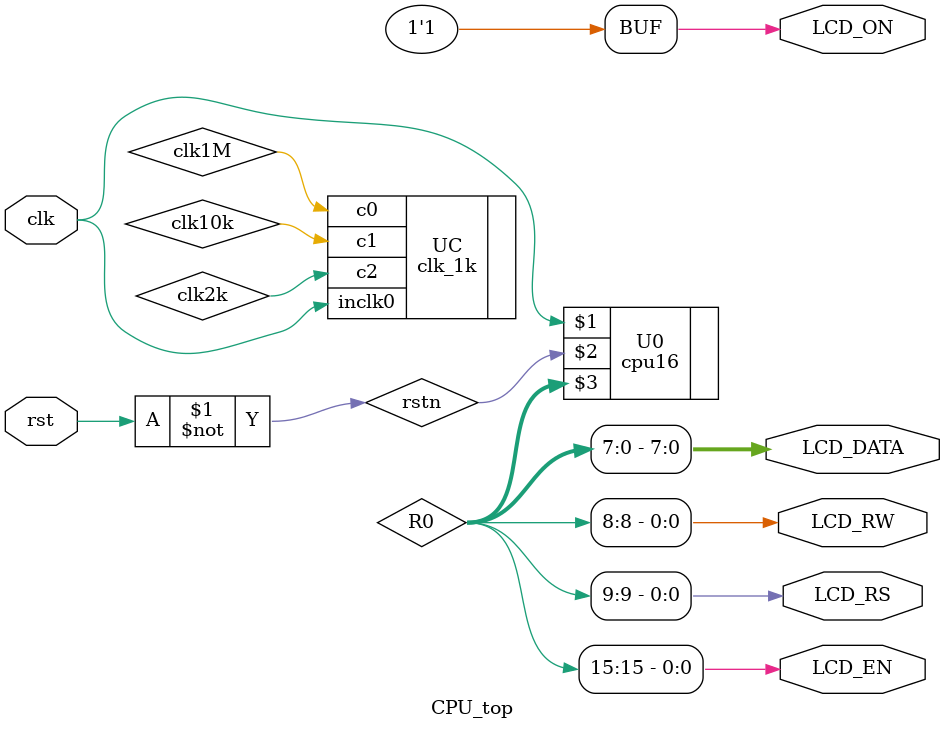
<source format=v>
module CPU_top(clk, rst, LCD_ON, LCD_EN, LCD_RS, LCD_RW, LCD_DATA);
parameter BW = 16;

input clk, rst;
output LCD_ON, LCD_EN, LCD_RS, LCD_RW;
output [7:0] LCD_DATA;

wire [BW-1:0] R0;
assign LCD_ON = 1'b1;
wire clk1M,clk10k,clk2k;
wire rstn = ~rst;
assign LCD_EN = R0[15];
assign LCD_RS = R0[9];
assign LCD_RW = R0[8];
assign LCD_DATA[7:0] = R0[7:0];

cpu16 #(BW) U0 (clk, rstn, R0);

clk_1k UC (
	.inclk0(clk),	// 50M
	.c0(clk1M),	// 1MHZ
	.c1(clk10k),	// 10k
	.c2(clk2k));	// 2k
	

//cwrom 27:0 cw 28 256 act 
//mm 15:0 app1 16 512 command save coding
endmodule

</source>
